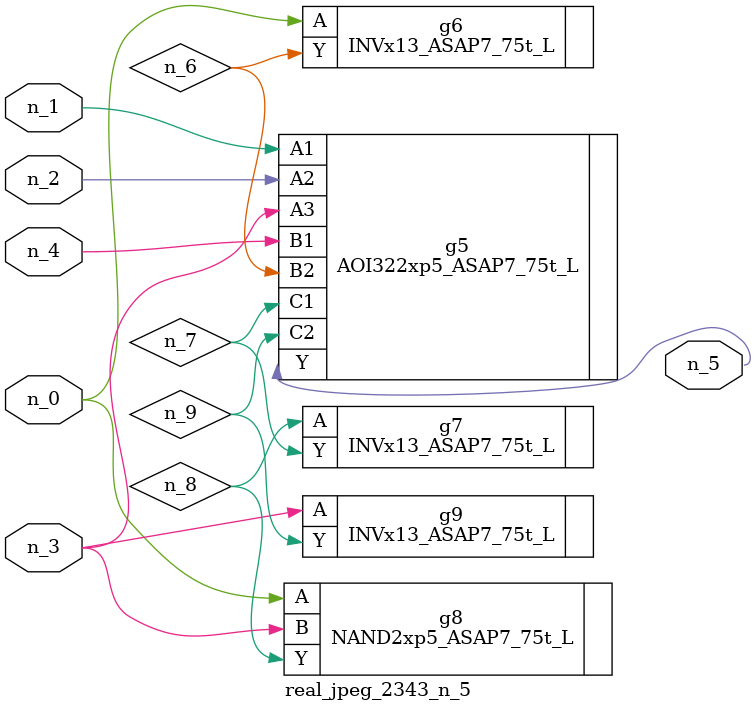
<source format=v>
module real_jpeg_2343_n_5 (n_4, n_0, n_1, n_2, n_3, n_5);

input n_4;
input n_0;
input n_1;
input n_2;
input n_3;

output n_5;

wire n_8;
wire n_6;
wire n_7;
wire n_9;

INVx13_ASAP7_75t_L g6 ( 
.A(n_0),
.Y(n_6)
);

NAND2xp5_ASAP7_75t_L g8 ( 
.A(n_0),
.B(n_3),
.Y(n_8)
);

AOI322xp5_ASAP7_75t_L g5 ( 
.A1(n_1),
.A2(n_2),
.A3(n_3),
.B1(n_4),
.B2(n_6),
.C1(n_7),
.C2(n_9),
.Y(n_5)
);

INVx13_ASAP7_75t_L g9 ( 
.A(n_3),
.Y(n_9)
);

INVx13_ASAP7_75t_L g7 ( 
.A(n_8),
.Y(n_7)
);


endmodule
</source>
